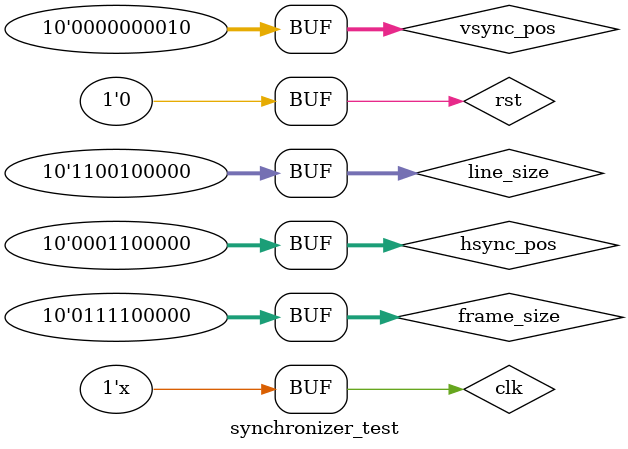
<source format=sv>
`timescale 10ns/10ns

module synchronizer_test();

logic clk, rst, hsync, vsync;
logic[9:0] hsync_pos, line_size, vsync_pos, frame_size, col, row;

synchronizer #(9) DUT(clk, rst, hsync_pos, vsync_pos, line_size, frame_size, col, row, hsync, vsync);


initial begin
clk = 0; rst = 0; hsync_pos = 'd96; line_size = 'd800; vsync_pos = 'd2; frame_size = 'd480; 
#8 rst = 1;
#8 rst = 0;
end

always
	#4 clk <= !clk;
  
endmodule

</source>
